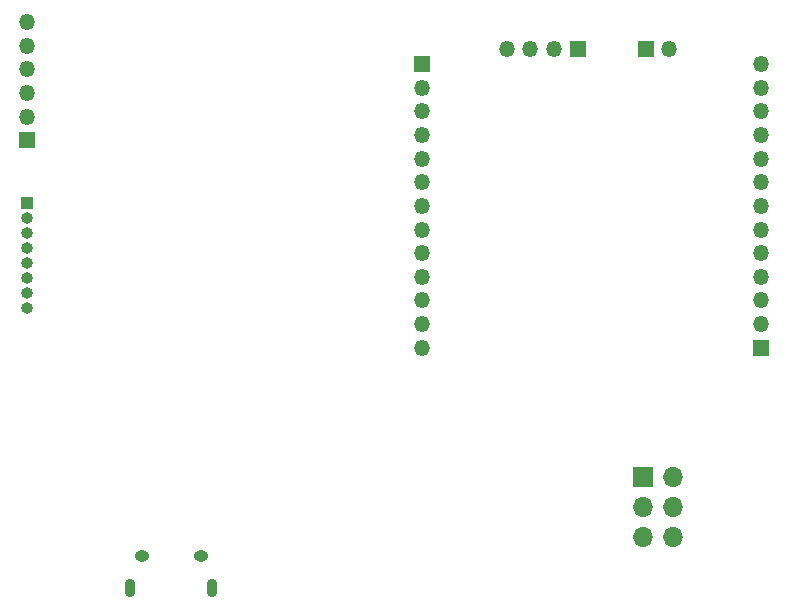
<source format=gbr>
%TF.GenerationSoftware,KiCad,Pcbnew,7.0.5*%
%TF.CreationDate,2024-05-26T12:51:26+03:00*%
%TF.ProjectId,LoRa_MuPr-VAF4751_L,4c6f5261-5f4d-4755-9072-2d5641463437,rev?*%
%TF.SameCoordinates,Original*%
%TF.FileFunction,Soldermask,Bot*%
%TF.FilePolarity,Negative*%
%FSLAX46Y46*%
G04 Gerber Fmt 4.6, Leading zero omitted, Abs format (unit mm)*
G04 Created by KiCad (PCBNEW 7.0.5) date 2024-05-26 12:51:26*
%MOMM*%
%LPD*%
G01*
G04 APERTURE LIST*
%ADD10R,1.700000X1.700000*%
%ADD11O,1.700000X1.700000*%
%ADD12R,1.350000X1.350000*%
%ADD13O,1.350000X1.350000*%
%ADD14R,1.000000X1.000000*%
%ADD15O,1.000000X1.000000*%
%ADD16O,0.890000X1.550000*%
%ADD17O,1.250000X0.950000*%
G04 APERTURE END LIST*
D10*
%TO.C,J5*%
X173015000Y-111255000D03*
D11*
X175555000Y-111255000D03*
X173015000Y-113795000D03*
X175555000Y-113795000D03*
X173015000Y-116335000D03*
X175555000Y-116335000D03*
%TD*%
D12*
%TO.C,J8*%
X173250000Y-75000000D03*
D13*
X175250000Y-75000000D03*
%TD*%
D12*
%TO.C,J7*%
X183000000Y-100299106D03*
D13*
X183000000Y-98299106D03*
X183000000Y-96299106D03*
X183000000Y-94299106D03*
X183000000Y-92299106D03*
X183000000Y-90299106D03*
X183000000Y-88299106D03*
X183000000Y-86299106D03*
X183000000Y-84299106D03*
X183000000Y-82299106D03*
X183000000Y-80299106D03*
X183000000Y-78299106D03*
X183000000Y-76299106D03*
%TD*%
D14*
%TO.C,J1*%
X120859999Y-88060002D03*
D15*
X120859999Y-89330002D03*
X120859999Y-90600002D03*
X120859999Y-91870002D03*
X120859999Y-93140002D03*
X120859999Y-94410002D03*
X120859999Y-95680002D03*
X120859999Y-96950002D03*
%TD*%
D12*
%TO.C,J6*%
X154319230Y-76299106D03*
D13*
X154319230Y-78299106D03*
X154319230Y-80299106D03*
X154319230Y-82299106D03*
X154319230Y-84299106D03*
X154319230Y-86299106D03*
X154319230Y-88299106D03*
X154319230Y-90299106D03*
X154319230Y-92299106D03*
X154319230Y-94299106D03*
X154319230Y-96299106D03*
X154319230Y-98299106D03*
X154319230Y-100299106D03*
%TD*%
D12*
%TO.C,J4*%
X167500000Y-75000000D03*
D13*
X165500000Y-75000000D03*
X163500000Y-75000000D03*
X161500000Y-75000000D03*
%TD*%
D16*
%TO.C,U2*%
X129579999Y-120665001D03*
D17*
X130579999Y-117965001D03*
X135579999Y-117965001D03*
D16*
X136579999Y-120665001D03*
%TD*%
D12*
%TO.C,J2*%
X120860001Y-82729999D03*
D13*
X120860001Y-80729999D03*
X120860001Y-78729999D03*
X120860001Y-76729999D03*
X120860001Y-74729999D03*
X120860001Y-72729999D03*
%TD*%
M02*

</source>
